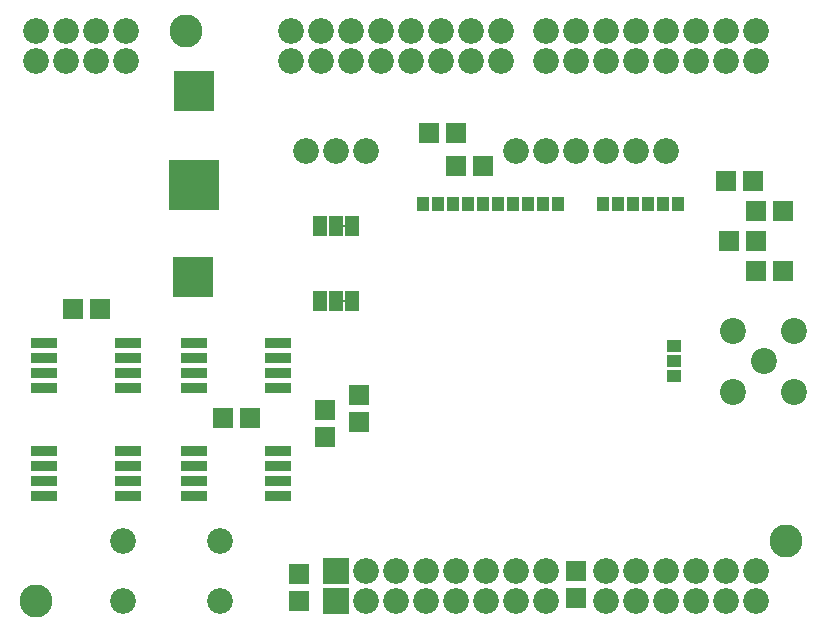
<source format=gbr>
G04 GERBER ASCII OUTPUT FROM: EDWINXP (VER. 1.61 REV. 20080915)*
G04 GERBER FORMAT: RX-274-X*
G04 BOARD: AMICUS_GPS_SHIELD*
G04 ARTWORK OF COMP.MASK POSITIVE*
%ASAXBY*%
%FSLAX23Y23*%
%MIA0B0*%
%MOIN*%
%OFA0.0000B0.0000*%
%SFA1B1*%
%IJA0B0*%
%INLAYER1POS*%
%IOA0B0*%
%IPPOS*%
%IR0*%
G04 APERTURE MACROS*
%AMEDWDONUT*
1,1,$1,$2,$3*
1,0,$4,$2,$3*
%
%AMEDWFRECT*
20,1,$1,$2,$3,$4,$5,$6*
%
%AMEDWORECT*
20,1,$1,$2,$3,$4,$5,$10*
20,1,$1,$4,$5,$6,$7,$10*
20,1,$1,$6,$7,$8,$9,$10*
20,1,$1,$8,$9,$2,$3,$10*
1,1,$1,$2,$3*
1,1,$1,$4,$5*
1,1,$1,$6,$7*
1,1,$1,$8,$9*
%
%AMEDWLINER*
20,1,$1,$2,$3,$4,$5,$6*
1,1,$1,$2,$3*
1,1,$1,$4,$5*
%
%AMEDWFTRNG*
4,1,3,$1,$2,$3,$4,$5,$6,$7,$8,$9*
%
%AMEDWATRNG*
4,1,3,$1,$2,$3,$4,$5,$6,$7,$8,$9*
20,1,$11,$1,$2,$3,$4,$10*
20,1,$11,$3,$4,$5,$6,$10*
20,1,$11,$5,$6,$7,$8,$10*
1,1,$11,$3,$4*
1,1,$11,$5,$6*
1,1,$11,$7,$8*
%
%AMEDWOTRNG*
20,1,$1,$2,$3,$4,$5,$8*
20,1,$1,$4,$5,$6,$7,$8*
20,1,$1,$6,$7,$2,$3,$8*
1,1,$1,$2,$3*
1,1,$1,$4,$5*
1,1,$1,$6,$7*
%
G04*
G04 APERTURE LIST*
%ADD10R,0.0700X0.0650*%
%ADD11R,0.0940X0.0890*%
%ADD12R,0.0600X0.0550*%
%ADD13R,0.0840X0.0790*%
%ADD14R,0.1350X0.1350*%
%ADD15R,0.1590X0.1590*%
%ADD16R,0.1250X0.1250*%
%ADD17R,0.1490X0.1490*%
%ADD18R,0.1700X0.1700*%
%ADD19R,0.1940X0.1940*%
%ADD20R,0.1560X0.1560*%
%ADD21R,0.1800X0.1800*%
%ADD22R,0.03937X0.05118*%
%ADD23R,0.06337X0.07518*%
%ADD24R,0.03543X0.04724*%
%ADD25R,0.05943X0.07124*%
%ADD26R,0.05118X0.03937*%
%ADD27R,0.07518X0.06337*%
%ADD28R,0.04724X0.03543*%
%ADD29R,0.07124X0.05943*%
%ADD30R,0.0860X0.0860*%
%ADD31R,0.1100X0.1100*%
%ADD32R,0.0700X0.0700*%
%ADD33R,0.0940X0.0940*%
%ADD34R,0.0900X0.0350*%
%ADD35R,0.1140X0.0590*%
%ADD36R,0.0800X0.0250*%
%ADD37R,0.1040X0.0490*%
%ADD38R,0.04724X0.06693*%
%ADD39R,0.07124X0.09093*%
%ADD40R,0.03937X0.05906*%
%ADD41R,0.06337X0.08306*%
%ADD42R,0.0650X0.0700*%
%ADD43R,0.0890X0.0940*%
%ADD44R,0.0550X0.0600*%
%ADD45R,0.0790X0.0840*%
%ADD46C,0.00039*%
%ADD48C,0.0010*%
%ADD50C,0.00118*%
%ADD52C,0.0020*%
%ADD53R,0.0020X0.0020*%
%ADD54C,0.0030*%
%ADD55R,0.0030X0.0030*%
%ADD56C,0.0040*%
%ADD57R,0.0040X0.0040*%
%ADD58C,0.00472*%
%ADD60C,0.0050*%
%ADD61R,0.0050X0.0050*%
%ADD62C,0.00512*%
%ADD63R,0.00512X0.00512*%
%ADD64C,0.00551*%
%ADD65R,0.00551X0.00551*%
%ADD66C,0.00591*%
%ADD67R,0.00591X0.00591*%
%ADD68C,0.00659*%
%ADD69R,0.00659X0.00659*%
%ADD70C,0.00669*%
%ADD72C,0.00787*%
%ADD73R,0.00787X0.00787*%
%ADD74C,0.00799*%
%ADD76C,0.0080*%
%ADD78C,0.00984*%
%ADD79R,0.00984X0.00984*%
%ADD80C,0.0100*%
%ADD81R,0.0100X0.0100*%
%ADD82C,0.01181*%
%ADD84C,0.0120*%
%ADD86C,0.0120*%
%ADD88C,0.0130*%
%ADD90C,0.0150*%
%ADD91R,0.0150X0.0150*%
%ADD92C,0.0160*%
%ADD94C,0.01698*%
%ADD95R,0.01698X0.01698*%
%ADD96C,0.01797*%
%ADD97R,0.01797X0.01797*%
%ADD98C,0.01895*%
%ADD99R,0.01895X0.01895*%
%ADD100C,0.01969*%
%ADD101R,0.01969X0.01969*%
%ADD102C,0.01994*%
%ADD103R,0.01994X0.01994*%
%ADD104C,0.0200*%
%ADD106C,0.02092*%
%ADD107R,0.02092X0.02092*%
%ADD108C,0.02362*%
%ADD109R,0.02362X0.02362*%
%ADD110C,0.0240*%
%ADD111R,0.0240X0.0240*%
%ADD112C,0.0240*%
%ADD113R,0.0240X0.0240*%
%ADD114C,0.0250*%
%ADD115R,0.0250X0.0250*%
%ADD116C,0.0290*%
%ADD118C,0.02912*%
%ADD120C,0.02951*%
%ADD122C,0.02991*%
%ADD124C,0.0300*%
%ADD125R,0.0300X0.0300*%
%ADD126C,0.03059*%
%ADD127R,0.03059X0.03059*%
%ADD128C,0.03069*%
%ADD129R,0.03069X0.03069*%
%ADD130C,0.03199*%
%ADD131R,0.03199X0.03199*%
%ADD132C,0.0320*%
%ADD133R,0.0320X0.0320*%
%ADD134C,0.0350*%
%ADD135R,0.0350X0.0350*%
%ADD136C,0.03581*%
%ADD138C,0.0360*%
%ADD140C,0.0370*%
%ADD142C,0.0390*%
%ADD143R,0.0390X0.0390*%
%ADD144C,0.03937*%
%ADD145R,0.03937X0.03937*%
%ADD146C,0.0400*%
%ADD147R,0.0400X0.0400*%
%ADD148C,0.04173*%
%ADD149R,0.04173X0.04173*%
%ADD150C,0.04369*%
%ADD152C,0.0440*%
%ADD154C,0.0450*%
%ADD155R,0.0450X0.0450*%
%ADD156C,0.0470*%
%ADD157R,0.0470X0.0470*%
%ADD158C,0.04724*%
%ADD159R,0.04724X0.04724*%
%ADD160C,0.04762*%
%ADD161R,0.04762X0.04762*%
%ADD162C,0.0490*%
%ADD163R,0.0490X0.0490*%
%ADD164C,0.0500*%
%ADD165R,0.0500X0.0500*%
%ADD166C,0.05118*%
%ADD167R,0.05118X0.05118*%
%ADD168C,0.0540*%
%ADD170C,0.05512*%
%ADD171R,0.05512X0.05512*%
%ADD172C,0.0560*%
%ADD173R,0.0560X0.0560*%
%ADD174C,0.0570*%
%ADD175R,0.0570X0.0570*%
%ADD176C,0.05724*%
%ADD177R,0.05724X0.05724*%
%ADD178C,0.0590*%
%ADD179R,0.0590X0.0590*%
%ADD180C,0.05906*%
%ADD181R,0.05906X0.05906*%
%ADD182C,0.0600*%
%ADD183R,0.0600X0.0600*%
%ADD184C,0.0620*%
%ADD185R,0.0620X0.0620*%
%ADD186C,0.06201*%
%ADD187R,0.06201X0.06201*%
%ADD188C,0.06337*%
%ADD189R,0.06337X0.06337*%
%ADD190C,0.0650*%
%ADD191R,0.0650X0.0650*%
%ADD192C,0.06693*%
%ADD193R,0.06693X0.06693*%
%ADD194C,0.0690*%
%ADD195R,0.0690X0.0690*%
%ADD196C,0.06906*%
%ADD197R,0.06906X0.06906*%
%ADD198C,0.0700*%
%ADD199R,0.0700X0.0700*%
%ADD200C,0.0710*%
%ADD201R,0.0710X0.0710*%
%ADD202C,0.07124*%
%ADD203R,0.07124X0.07124*%
%ADD204C,0.0740*%
%ADD205R,0.0740X0.0740*%
%ADD206C,0.0750*%
%ADD207R,0.0750X0.0750*%
%ADD208C,0.07598*%
%ADD210C,0.0760*%
%ADD212C,0.07874*%
%ADD214C,0.0800*%
%ADD215R,0.0800X0.0800*%
%ADD216C,0.0810*%
%ADD217R,0.0810X0.0810*%
%ADD218C,0.08306*%
%ADD219R,0.08306X0.08306*%
%ADD220C,0.0840*%
%ADD221R,0.0840X0.0840*%
%ADD222C,0.08598*%
%ADD224C,0.0860*%
%ADD225R,0.0860X0.0860*%
%ADD226C,0.08601*%
%ADD228C,0.08661*%
%ADD230C,0.0870*%
%ADD231R,0.0870X0.0870*%
%ADD232C,0.0890*%
%ADD233R,0.0890X0.0890*%
%ADD234C,0.0900*%
%ADD235R,0.0900X0.0900*%
%ADD236C,0.09093*%
%ADD237R,0.09093X0.09093*%
%ADD238C,0.0940*%
%ADD239R,0.0940X0.0940*%
%ADD240C,0.0970*%
%ADD241R,0.0970X0.0970*%
%ADD242C,0.09843*%
%ADD243R,0.09843X0.09843*%
%ADD244C,0.0990*%
%ADD245R,0.0990X0.0990*%
%ADD246C,0.09998*%
%ADD248C,0.1000*%
%ADD249R,0.1000X0.1000*%
%ADD250C,0.10274*%
%ADD252C,0.1040*%
%ADD253R,0.1040X0.1040*%
%ADD254C,0.10998*%
%ADD256C,0.1100*%
%ADD257R,0.1100X0.1100*%
%ADD258C,0.11061*%
%ADD260C,0.1110*%
%ADD261R,0.1110X0.1110*%
%ADD262C,0.1120*%
%ADD263R,0.1120X0.1120*%
%ADD264C,0.1140*%
%ADD265R,0.1140X0.1140*%
%ADD266C,0.1150*%
%ADD267R,0.1150X0.1150*%
%ADD268C,0.1200*%
%ADD269R,0.1200X0.1200*%
%ADD270C,0.1210*%
%ADD271R,0.1210X0.1210*%
%ADD272C,0.1240*%
%ADD273R,0.1240X0.1240*%
%ADD274C,0.1250*%
%ADD275R,0.1250X0.1250*%
%ADD276C,0.12992*%
%ADD277R,0.12992X0.12992*%
%ADD278C,0.1300*%
%ADD279R,0.1300X0.1300*%
%ADD280C,0.1340*%
%ADD281R,0.1340X0.1340*%
%ADD282C,0.1390*%
%ADD283R,0.1390X0.1390*%
%ADD284C,0.1420*%
%ADD285R,0.1420X0.1420*%
%ADD286C,0.1440*%
%ADD287R,0.1440X0.1440*%
%ADD288C,0.1490*%
%ADD289R,0.1490X0.1490*%
%ADD290C,0.1520*%
%ADD291R,0.1520X0.1520*%
%ADD292C,0.15374*%
%ADD293R,0.15374X0.15374*%
%ADD294C,0.1540*%
%ADD295R,0.1540X0.1540*%
%ADD296C,0.1660*%
%ADD297R,0.1660X0.1660*%
%ADD298C,0.17323*%
%ADD300C,0.1760*%
%ADD301R,0.1760X0.1760*%
%ADD302C,0.17774*%
%ADD303R,0.17774X0.17774*%
%ADD304C,0.18504*%
%ADD306C,0.18898*%
%ADD308C,0.20904*%
%ADD310C,0.2126*%
%ADD312C,0.21298*%
%ADD314C,0.22835*%
%ADD317R,0.23622X0.23622*%
%ADD319R,0.24937X0.24937*%
%ADD321R,0.26022X0.26022*%
%ADD323R,0.27337X0.27337*%
%ADD325R,0.31496X0.31496*%
%ADD327R,0.32811X0.32811*%
%ADD329R,0.33896X0.33896*%
%ADD331R,0.35211X0.35211*%
%ADD332C,0.45211*%
%ADD333R,0.45211X0.45211*%
%ADD334C,0.55211*%
%ADD335R,0.55211X0.55211*%
%ADD336C,0.65211*%
%ADD337R,0.65211X0.65211*%
%ADD338C,0.75211*%
%ADD339R,0.75211X0.75211*%
%ADD340C,0.85211*%
%ADD341R,0.85211X0.85211*%
%ADD342C,0.95211*%
%ADD343R,0.95211X0.95211*%
%ADD344C,1.05211*%
%ADD345R,1.05211X1.05211*%
%ADD346C,1.15211*%
%ADD347R,1.15211X1.15211*%
%ADD348C,1.25211*%
%ADD349R,1.25211X1.25211*%
%ADD350C,1.35211*%
%ADD351R,1.35211X1.35211*%
%ADD352C,1.45211*%
%ADD353R,1.45211X1.45211*%
%ADD354C,1.55211*%
%ADD355R,1.55211X1.55211*%
%ADD356C,1.65211*%
%ADD357R,1.65211X1.65211*%
%ADD358C,1.75211*%
%ADD359R,1.75211X1.75211*%
%ADD360C,1.85211*%
%ADD361R,1.85211X1.85211*%
%ADD362C,1.95211*%
%ADD363R,1.95211X1.95211*%
G04*
D10* 
X2500Y1300D02*D03*
X2410Y1300D02*D03*
X2588Y1200D02*D03*
X2498Y1200D02*D03*
D14* 
X625Y1800D02*D03*
X623Y1182D02*D03*
D18* 
X625Y1489D02*D03*
D22* 
X1388Y1425D02*D03*
X1438Y1425D02*D03*
X1488Y1425D02*D03*
X1538Y1425D02*D03*
X1588Y1425D02*D03*
X1638Y1425D02*D03*
X1688Y1425D02*D03*
X1738Y1425D02*D03*
X1788Y1425D02*D03*
X1838Y1425D02*D03*
X1988Y1425D02*D03*
X2038Y1425D02*D03*
X2088Y1425D02*D03*
X2138Y1425D02*D03*
X2188Y1425D02*D03*
X2238Y1425D02*D03*
D26* 
X2226Y951D02*D03*
X2226Y901D02*D03*
X2226Y851D02*D03*
D224*
X1800Y2000D02*D03*
X1900Y2000D02*D03*
X2000Y2000D02*D03*
X2100Y2000D02*D03*
X2200Y2000D02*D03*
X2300Y2000D02*D03*
X2400Y2000D02*D03*
X2500Y2000D02*D03*
X1300Y100D02*D03*
X1400Y100D02*D03*
X1500Y100D02*D03*
X1600Y100D02*D03*
X1700Y100D02*D03*
X1800Y100D02*D03*
X950Y2000D02*D03*
X1050Y2000D02*D03*
X1150Y2000D02*D03*
X1250Y2000D02*D03*
X1350Y2000D02*D03*
X1450Y2000D02*D03*
X1550Y2000D02*D03*
X1650Y2000D02*D03*
X2000Y100D02*D03*
X2100Y100D02*D03*
X2200Y100D02*D03*
X2300Y100D02*D03*
X2400Y100D02*D03*
X2500Y100D02*D03*
D30* 
X1100Y200D02*D03*
D224*
X1200Y200D02*D03*
X1300Y200D02*D03*
X1400Y200D02*D03*
X1500Y200D02*D03*
X1600Y200D02*D03*
X1700Y200D02*D03*
X1800Y200D02*D03*
X100Y1900D02*D03*
X200Y1900D02*D03*
X300Y1900D02*D03*
X400Y1900D02*D03*
X2000Y200D02*D03*
X2100Y200D02*D03*
X2200Y200D02*D03*
X2300Y200D02*D03*
X2400Y200D02*D03*
X2500Y200D02*D03*
X950Y1900D02*D03*
X1050Y1900D02*D03*
X1150Y1900D02*D03*
X1250Y1900D02*D03*
X1350Y1900D02*D03*
X1450Y1900D02*D03*
X1550Y1900D02*D03*
X1650Y1900D02*D03*
X1800Y1900D02*D03*
X1900Y1900D02*D03*
X2000Y1900D02*D03*
X2100Y1900D02*D03*
X2200Y1900D02*D03*
X2300Y1900D02*D03*
X2400Y1900D02*D03*
X2500Y1900D02*D03*
D34* 
X625Y963D02*D03*
X625Y913D02*D03*
X625Y863D02*D03*
X625Y813D02*D03*
X905Y813D02*D03*
X905Y863D02*D03*
X905Y913D02*D03*
X905Y963D02*D03*
D224*
X1700Y1600D02*D03*
X1800Y1600D02*D03*
X1900Y1600D02*D03*
X2000Y1600D02*D03*
X2100Y1600D02*D03*
X2200Y1600D02*D03*
D10* 
X1588Y1550D02*D03*
X1498Y1550D02*D03*
X1410Y1663D02*D03*
X1500Y1663D02*D03*
D38* 
X1154Y1350D02*D03*
X1100Y1350D02*D03*
X1046Y1350D02*D03*
X1154Y1100D02*D03*
X1100Y1100D02*D03*
X1046Y1100D02*D03*
D222*
X712Y100D02*D03*
X712Y300D02*D03*
X388Y300D02*D03*
X388Y100D02*D03*
D10* 
X2588Y1400D02*D03*
X2498Y1400D02*D03*
X2488Y1500D02*D03*
X2398Y1500D02*D03*
D228*
X2525Y900D02*D03*
X2625Y799D02*D03*
X2625Y1000D02*D03*
X2424Y799D02*D03*
X2424Y1000D02*D03*
D34* 
X125Y963D02*D03*
X125Y913D02*D03*
X125Y863D02*D03*
X125Y813D02*D03*
X405Y813D02*D03*
X405Y863D02*D03*
X405Y913D02*D03*
X405Y963D02*D03*
X125Y600D02*D03*
X125Y550D02*D03*
X125Y500D02*D03*
X125Y450D02*D03*
X405Y450D02*D03*
X405Y500D02*D03*
X405Y550D02*D03*
X405Y600D02*D03*
X625Y600D02*D03*
X625Y550D02*D03*
X625Y500D02*D03*
X625Y450D02*D03*
X905Y450D02*D03*
X905Y500D02*D03*
X905Y550D02*D03*
X905Y600D02*D03*
D42* 
X1063Y648D02*D03*
X1063Y738D02*D03*
X1175Y698D02*D03*
X1175Y788D02*D03*
D10* 
X223Y1075D02*D03*
X313Y1075D02*D03*
D224*
X1000Y1600D02*D03*
X1100Y1600D02*D03*
X1200Y1600D02*D03*
X100Y2000D02*D03*
X200Y2000D02*D03*
X300Y2000D02*D03*
X400Y2000D02*D03*
D42* 
X1900Y110D02*D03*
X1900Y200D02*D03*
X975Y190D02*D03*
X975Y100D02*D03*
D10* 
X723Y713D02*D03*
X813Y713D02*D03*
D30* 
X1100Y100D02*D03*
D224*
X1200Y100D02*D03*
D256*
X100Y100D02*D03*
X600Y2000D02*D03*
X2600Y300D02*D03*
D70* 
X1154Y1350D02*
X1105Y1350D01*
X1154Y1100D02*
X1105Y1100D01*
M02*

</source>
